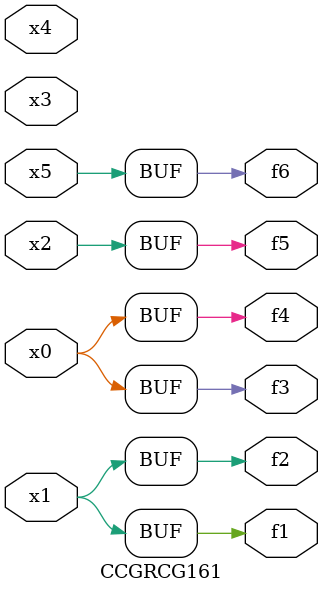
<source format=v>
module CCGRCG161(
	input x0, x1, x2, x3, x4, x5,
	output f1, f2, f3, f4, f5, f6
);
	assign f1 = x1;
	assign f2 = x1;
	assign f3 = x0;
	assign f4 = x0;
	assign f5 = x2;
	assign f6 = x5;
endmodule

</source>
